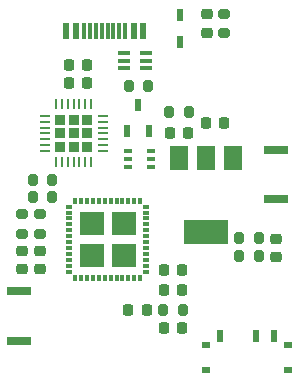
<source format=gbr>
%TF.GenerationSoftware,KiCad,Pcbnew,(6.0.1)*%
%TF.CreationDate,2022-03-08T02:05:38-07:00*%
%TF.ProjectId,ESP32-PICO-D4-BreakoutBoard,45535033-322d-4504-9943-4f2d44342d42,rev?*%
%TF.SameCoordinates,Original*%
%TF.FileFunction,Paste,Top*%
%TF.FilePolarity,Positive*%
%FSLAX46Y46*%
G04 Gerber Fmt 4.6, Leading zero omitted, Abs format (unit mm)*
G04 Created by KiCad (PCBNEW (6.0.1)) date 2022-03-08 02:05:38*
%MOMM*%
%LPD*%
G01*
G04 APERTURE LIST*
G04 Aperture macros list*
%AMRoundRect*
0 Rectangle with rounded corners*
0 $1 Rounding radius*
0 $2 $3 $4 $5 $6 $7 $8 $9 X,Y pos of 4 corners*
0 Add a 4 corners polygon primitive as box body*
4,1,4,$2,$3,$4,$5,$6,$7,$8,$9,$2,$3,0*
0 Add four circle primitives for the rounded corners*
1,1,$1+$1,$2,$3*
1,1,$1+$1,$4,$5*
1,1,$1+$1,$6,$7*
1,1,$1+$1,$8,$9*
0 Add four rect primitives between the rounded corners*
20,1,$1+$1,$2,$3,$4,$5,0*
20,1,$1+$1,$4,$5,$6,$7,0*
20,1,$1+$1,$6,$7,$8,$9,0*
20,1,$1+$1,$8,$9,$2,$3,0*%
G04 Aperture macros list end*
%ADD10C,0.010000*%
%ADD11R,0.500000X1.075000*%
%ADD12RoundRect,0.014000X-0.211000X-0.161000X0.211000X-0.161000X0.211000X0.161000X-0.211000X0.161000X0*%
%ADD13RoundRect,0.014000X0.161000X-0.211000X0.161000X0.211000X-0.161000X0.211000X-0.161000X-0.211000X0*%
%ADD14RoundRect,0.014000X0.211000X0.161000X-0.211000X0.161000X-0.211000X-0.161000X0.211000X-0.161000X0*%
%ADD15RoundRect,0.014000X-0.161000X0.211000X-0.161000X-0.211000X0.161000X-0.211000X0.161000X0.211000X0*%
%ADD16R,1.000000X0.450000*%
%ADD17RoundRect,0.200000X0.200000X0.275000X-0.200000X0.275000X-0.200000X-0.275000X0.200000X-0.275000X0*%
%ADD18RoundRect,0.225000X-0.225000X-0.250000X0.225000X-0.250000X0.225000X0.250000X-0.225000X0.250000X0*%
%ADD19RoundRect,0.200000X0.275000X-0.200000X0.275000X0.200000X-0.275000X0.200000X-0.275000X-0.200000X0*%
%ADD20RoundRect,0.225000X-0.250000X0.225000X-0.250000X-0.225000X0.250000X-0.225000X0.250000X0.225000X0*%
%ADD21R,0.600000X1.100000*%
%ADD22RoundRect,0.218750X0.256250X-0.218750X0.256250X0.218750X-0.256250X0.218750X-0.256250X-0.218750X0*%
%ADD23R,2.000000X0.800000*%
%ADD24R,0.650000X0.400000*%
%ADD25RoundRect,0.200000X-0.200000X-0.275000X0.200000X-0.275000X0.200000X0.275000X-0.200000X0.275000X0*%
%ADD26RoundRect,0.225000X0.225000X0.250000X-0.225000X0.250000X-0.225000X-0.250000X0.225000X-0.250000X0*%
%ADD27RoundRect,0.225000X0.225000X0.225000X-0.225000X0.225000X-0.225000X-0.225000X0.225000X-0.225000X0*%
%ADD28RoundRect,0.062500X0.337500X0.062500X-0.337500X0.062500X-0.337500X-0.062500X0.337500X-0.062500X0*%
%ADD29RoundRect,0.062500X0.062500X0.337500X-0.062500X0.337500X-0.062500X-0.337500X0.062500X-0.337500X0*%
%ADD30R,0.500000X1.000000*%
%ADD31R,0.800000X0.500000*%
%ADD32R,1.500000X2.000000*%
%ADD33R,3.800000X2.000000*%
%ADD34R,0.600000X1.450000*%
%ADD35R,0.300000X1.450000*%
%ADD36RoundRect,0.200000X-0.275000X0.200000X-0.275000X-0.200000X0.275000X-0.200000X0.275000X0.200000X0*%
G04 APERTURE END LIST*
D10*
%TO.C,IC1*%
X128067500Y-111830000D02*
X126157500Y-111830000D01*
X126157500Y-111830000D02*
X126157500Y-109920000D01*
X126157500Y-109920000D02*
X128067500Y-109920000D01*
X128067500Y-109920000D02*
X128067500Y-111830000D01*
G36*
X128067500Y-111830000D02*
G01*
X126157500Y-111830000D01*
X126157500Y-109920000D01*
X128067500Y-109920000D01*
X128067500Y-111830000D01*
G37*
X128067500Y-111830000D02*
X126157500Y-111830000D01*
X126157500Y-109920000D01*
X128067500Y-109920000D01*
X128067500Y-111830000D01*
X125367500Y-114530000D02*
X123457500Y-114530000D01*
X123457500Y-114530000D02*
X123457500Y-112620000D01*
X123457500Y-112620000D02*
X125367500Y-112620000D01*
X125367500Y-112620000D02*
X125367500Y-114530000D01*
G36*
X125367500Y-114530000D02*
G01*
X123457500Y-114530000D01*
X123457500Y-112620000D01*
X125367500Y-112620000D01*
X125367500Y-114530000D01*
G37*
X125367500Y-114530000D02*
X123457500Y-114530000D01*
X123457500Y-112620000D01*
X125367500Y-112620000D01*
X125367500Y-114530000D01*
X128067500Y-114530000D02*
X126157500Y-114530000D01*
X126157500Y-114530000D02*
X126157500Y-112620000D01*
X126157500Y-112620000D02*
X128067500Y-112620000D01*
X128067500Y-112620000D02*
X128067500Y-114530000D01*
G36*
X128067500Y-114530000D02*
G01*
X126157500Y-114530000D01*
X126157500Y-112620000D01*
X128067500Y-112620000D01*
X128067500Y-114530000D01*
G37*
X128067500Y-114530000D02*
X126157500Y-114530000D01*
X126157500Y-112620000D01*
X128067500Y-112620000D01*
X128067500Y-114530000D01*
X125367500Y-111830000D02*
X123457500Y-111830000D01*
X123457500Y-111830000D02*
X123457500Y-109920000D01*
X123457500Y-109920000D02*
X125367500Y-109920000D01*
X125367500Y-109920000D02*
X125367500Y-111830000D01*
G36*
X125367500Y-111830000D02*
G01*
X123457500Y-111830000D01*
X123457500Y-109920000D01*
X125367500Y-109920000D01*
X125367500Y-111830000D01*
G37*
X125367500Y-111830000D02*
X123457500Y-111830000D01*
X123457500Y-109920000D01*
X125367500Y-109920000D01*
X125367500Y-111830000D01*
%TD*%
D11*
%TO.C,D1*%
X131900000Y-95562000D03*
X131900000Y-93238000D03*
%TD*%
D12*
%TO.C,IC1*%
X129027500Y-114975000D03*
X129027500Y-114475000D03*
X129027500Y-113975000D03*
X129027500Y-113475000D03*
X129027500Y-112975000D03*
X129027500Y-112475000D03*
X129027500Y-111975000D03*
X129027500Y-111475000D03*
X129027500Y-110975000D03*
X129027500Y-110475000D03*
X129027500Y-109975000D03*
X129027500Y-109475000D03*
D13*
X128512500Y-108960000D03*
X128012500Y-108960000D03*
X127512500Y-108960000D03*
X127012500Y-108960000D03*
X126512500Y-108960000D03*
X126012500Y-108960000D03*
X125512500Y-108960000D03*
X125012500Y-108960000D03*
X124512500Y-108960000D03*
X124012500Y-108960000D03*
X123512500Y-108960000D03*
X123012500Y-108960000D03*
D14*
X122497500Y-109475000D03*
X122497500Y-109975000D03*
X122497500Y-110475000D03*
X122497500Y-110975000D03*
X122497500Y-111475000D03*
X122497500Y-111975000D03*
X122497500Y-112475000D03*
X122497500Y-112975000D03*
X122497500Y-113475000D03*
X122497500Y-113975000D03*
X122497500Y-114475000D03*
X122497500Y-114975000D03*
D15*
X123012500Y-115490000D03*
X123512500Y-115490000D03*
X124012500Y-115490000D03*
X124512500Y-115490000D03*
X125012500Y-115490000D03*
X125512500Y-115490000D03*
X126012500Y-115490000D03*
X126512500Y-115490000D03*
X127012500Y-115490000D03*
X127512500Y-115490000D03*
X128012500Y-115490000D03*
X128512500Y-115490000D03*
%TD*%
D16*
%TO.C,Q1*%
X127110000Y-96475000D03*
X127110000Y-97125000D03*
X127110000Y-97775000D03*
X129010000Y-97775000D03*
X129010000Y-97125000D03*
X129010000Y-96475000D03*
%TD*%
D17*
%TO.C,R2*%
X138534022Y-112125000D03*
X136884022Y-112125000D03*
%TD*%
D18*
%TO.C,C3*%
X127510000Y-118250000D03*
X129060000Y-118250000D03*
%TD*%
D19*
%TO.C,R8*%
X120050000Y-111775000D03*
X120050000Y-110125000D03*
%TD*%
D20*
%TO.C,C2*%
X140000000Y-112225000D03*
X140000000Y-113775000D03*
%TD*%
D21*
%TO.C,Q3*%
X127360000Y-103100000D03*
X129260000Y-103100000D03*
X128310000Y-100900000D03*
%TD*%
D22*
%TO.C,D4*%
X118500000Y-114787500D03*
X118500000Y-113212500D03*
%TD*%
D23*
%TO.C,SW2*%
X140000000Y-108850000D03*
X140000000Y-104650000D03*
%TD*%
D17*
%TO.C,R1*%
X138534022Y-113675000D03*
X136884022Y-113675000D03*
%TD*%
D24*
%TO.C,Q2*%
X127510000Y-104800000D03*
X127510000Y-105450000D03*
X127510000Y-106100000D03*
X129410000Y-106100000D03*
X129410000Y-105450000D03*
X129410000Y-104800000D03*
%TD*%
D18*
%TO.C,C9*%
X122485000Y-99000000D03*
X124035000Y-99000000D03*
%TD*%
D25*
%TO.C,R5*%
X130985000Y-101425000D03*
X132635000Y-101425000D03*
%TD*%
D26*
%TO.C,C5*%
X132085000Y-114875000D03*
X130535000Y-114875000D03*
%TD*%
D25*
%TO.C,R4*%
X119425000Y-108650000D03*
X121075000Y-108650000D03*
%TD*%
D27*
%TO.C,U2*%
X121755000Y-103275000D03*
X121755000Y-104395000D03*
X122875000Y-103275000D03*
X121755000Y-102155000D03*
X123995000Y-102155000D03*
X122875000Y-102155000D03*
X123995000Y-104395000D03*
X122875000Y-104395000D03*
X123995000Y-103275000D03*
D28*
X125325000Y-104775000D03*
X125325000Y-104275000D03*
X125325000Y-103775000D03*
X125325000Y-103275000D03*
X125325000Y-102775000D03*
X125325000Y-102275000D03*
X125325000Y-101775000D03*
D29*
X124375000Y-100825000D03*
X123875000Y-100825000D03*
X123375000Y-100825000D03*
X122875000Y-100825000D03*
X122375000Y-100825000D03*
X121875000Y-100825000D03*
X121375000Y-100825000D03*
D28*
X120425000Y-101775000D03*
X120425000Y-102275000D03*
X120425000Y-102775000D03*
X120425000Y-103275000D03*
X120425000Y-103775000D03*
X120425000Y-104275000D03*
X120425000Y-104775000D03*
D29*
X121375000Y-105725000D03*
X121875000Y-105725000D03*
X122375000Y-105725000D03*
X122875000Y-105725000D03*
X123375000Y-105725000D03*
X123875000Y-105725000D03*
X124375000Y-105725000D03*
%TD*%
D26*
%TO.C,C6*%
X132085000Y-116500000D03*
X130535000Y-116500000D03*
%TD*%
D23*
%TO.C,SW1*%
X118250000Y-116650000D03*
X118250000Y-120850000D03*
%TD*%
D18*
%TO.C,C7*%
X134059022Y-102425000D03*
X135609022Y-102425000D03*
%TD*%
D22*
%TO.C,D3*%
X120050000Y-114787500D03*
X120050000Y-113212500D03*
%TD*%
D25*
%TO.C,R6*%
X119425000Y-107200000D03*
X121075000Y-107200000D03*
%TD*%
D30*
%TO.C,SW3*%
X135310000Y-120400000D03*
X138310000Y-120400000D03*
X139810000Y-120400000D03*
D31*
X141010000Y-121200000D03*
X141010000Y-123300000D03*
X134110000Y-123300000D03*
X134110000Y-121200000D03*
%TD*%
D18*
%TO.C,C8*%
X122475000Y-97500000D03*
X124025000Y-97500000D03*
%TD*%
D19*
%TO.C,R7*%
X135600000Y-94775000D03*
X135600000Y-93125000D03*
%TD*%
D17*
%TO.C,R3*%
X129185000Y-99275000D03*
X127535000Y-99275000D03*
%TD*%
%TO.C,FB1*%
X132135000Y-118250000D03*
X130485000Y-118250000D03*
%TD*%
D22*
%TO.C,D2*%
X134150000Y-94737500D03*
X134150000Y-93162500D03*
%TD*%
D32*
%TO.C,U1*%
X136360000Y-105350000D03*
X134060000Y-105350000D03*
D33*
X134060000Y-111650000D03*
D32*
X131760000Y-105350000D03*
%TD*%
D34*
%TO.C,USB1*%
X128750000Y-94595000D03*
X127950000Y-94595000D03*
D35*
X126750000Y-94595000D03*
X125750000Y-94595000D03*
X125250000Y-94595000D03*
X124250000Y-94595000D03*
D34*
X122250000Y-94595000D03*
X123050000Y-94595000D03*
D35*
X123750000Y-94595000D03*
X124750000Y-94595000D03*
X126250000Y-94595000D03*
X127250000Y-94595000D03*
%TD*%
D36*
%TO.C,R9*%
X118500000Y-110125000D03*
X118500000Y-111775000D03*
%TD*%
D26*
%TO.C,C4*%
X132585000Y-103250000D03*
X131035000Y-103250000D03*
%TD*%
D18*
%TO.C,C1*%
X130535000Y-119775000D03*
X132085000Y-119775000D03*
%TD*%
M02*

</source>
